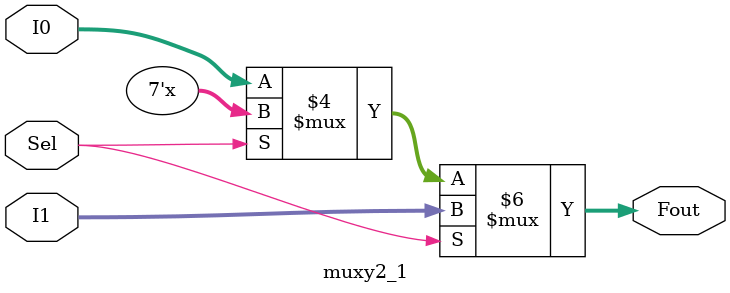
<source format=v>
module muxy2_1 (I0,I1,Sel,Fout);

	input[6:0]I0;
	input [6:0]I1;
	input Sel;
	output[6:0]Fout;
	reg [6:0] Fout;
	
	always @(Sel,I0,I1)
	begin
		if(Sel==0)
			Fout <= I0;
		if (Sel==1)
			Fout <= I1;
	end
endmodule


</source>
